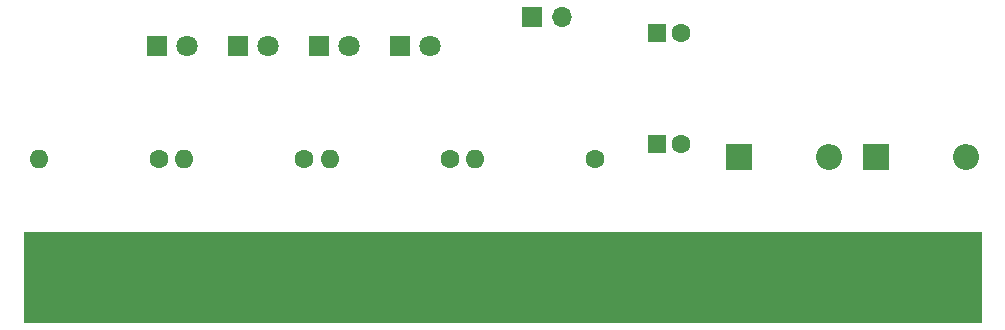
<source format=gbr>
%TF.GenerationSoftware,KiCad,Pcbnew,7.0.7*%
%TF.CreationDate,2023-11-02T23:14:20-05:00*%
%TF.ProjectId,Voltage Blaster,566f6c74-6167-4652-9042-6c6173746572,rev?*%
%TF.SameCoordinates,Original*%
%TF.FileFunction,Soldermask,Bot*%
%TF.FilePolarity,Negative*%
%FSLAX46Y46*%
G04 Gerber Fmt 4.6, Leading zero omitted, Abs format (unit mm)*
G04 Created by KiCad (PCBNEW 7.0.7) date 2023-11-02 23:14:20*
%MOMM*%
%LPD*%
G01*
G04 APERTURE LIST*
%ADD10C,0.010000*%
%ADD11R,1.800000X1.800000*%
%ADD12C,1.800000*%
%ADD13C,1.600000*%
%ADD14O,1.600000X1.600000*%
%ADD15R,1.700000X1.700000*%
%ADD16O,1.700000X1.700000*%
%ADD17R,1.600000X1.600000*%
%ADD18R,2.200000X2.200000*%
%ADD19O,2.200000X2.200000*%
%ADD20R,1.780000X7.366000*%
G04 APERTURE END LIST*
%TO.C,J1*%
D10*
X198120000Y-121031000D02*
X117094000Y-121031000D01*
X117094000Y-113411000D01*
X198120000Y-113411000D01*
X198120000Y-121031000D01*
G36*
X198120000Y-121031000D02*
G01*
X117094000Y-121031000D01*
X117094000Y-113411000D01*
X198120000Y-113411000D01*
X198120000Y-121031000D01*
G37*
%TD*%
D11*
%TO.C,D1*%
X148945600Y-97637600D03*
D12*
X151485600Y-97637600D03*
%TD*%
D13*
%TO.C,R1*%
X165481000Y-107188000D03*
D14*
X155321000Y-107188000D03*
%TD*%
D13*
%TO.C,R4*%
X128524000Y-107188000D03*
D14*
X118364000Y-107188000D03*
%TD*%
D13*
%TO.C,R3*%
X140843000Y-107188000D03*
D14*
X130683000Y-107188000D03*
%TD*%
D11*
%TO.C,D2*%
X142092600Y-97637600D03*
D12*
X144632600Y-97637600D03*
%TD*%
D11*
%TO.C,D4*%
X128371600Y-97637600D03*
D12*
X130911600Y-97637600D03*
%TD*%
D13*
%TO.C,R2*%
X153162000Y-107188000D03*
D14*
X143002000Y-107188000D03*
%TD*%
D15*
%TO.C,JP1*%
X160135000Y-95230000D03*
D16*
X162675000Y-95230000D03*
%TD*%
D17*
%TO.C,C2*%
X170688000Y-105918000D03*
D13*
X172688000Y-105918000D03*
%TD*%
D18*
%TO.C,D6*%
X177673000Y-107061000D03*
D19*
X185293000Y-107061000D03*
%TD*%
D11*
%TO.C,D3*%
X135234600Y-97637600D03*
D12*
X137774600Y-97637600D03*
%TD*%
D18*
%TO.C,D5*%
X189230000Y-107061000D03*
D19*
X196850000Y-107061000D03*
%TD*%
D17*
%TO.C,C1*%
X170720000Y-96520000D03*
D13*
X172720000Y-96520000D03*
%TD*%
D20*
%TO.C,J1*%
X195707000Y-117094000D03*
X193167000Y-117094000D03*
X190627000Y-117094000D03*
X188087000Y-117094000D03*
X185547000Y-117094000D03*
X183007000Y-117094000D03*
X180467000Y-117094000D03*
X177927000Y-117094000D03*
X175387000Y-117094000D03*
X172847000Y-117094000D03*
X170307000Y-117094000D03*
X167767000Y-117094000D03*
X165227000Y-117094000D03*
X162687000Y-117094000D03*
X160147000Y-117094000D03*
X157607000Y-117094000D03*
X155067000Y-117094000D03*
X152527000Y-117094000D03*
X149987000Y-117094000D03*
X147447000Y-117094000D03*
X144907000Y-117094000D03*
X142367000Y-117094000D03*
X139827000Y-117094000D03*
X137287000Y-117094000D03*
X134747000Y-117094000D03*
X132207000Y-117094000D03*
X129667000Y-117094000D03*
X127127000Y-117094000D03*
X124587000Y-117094000D03*
X122047000Y-117094000D03*
X119507000Y-117094000D03*
%TD*%
M02*

</source>
